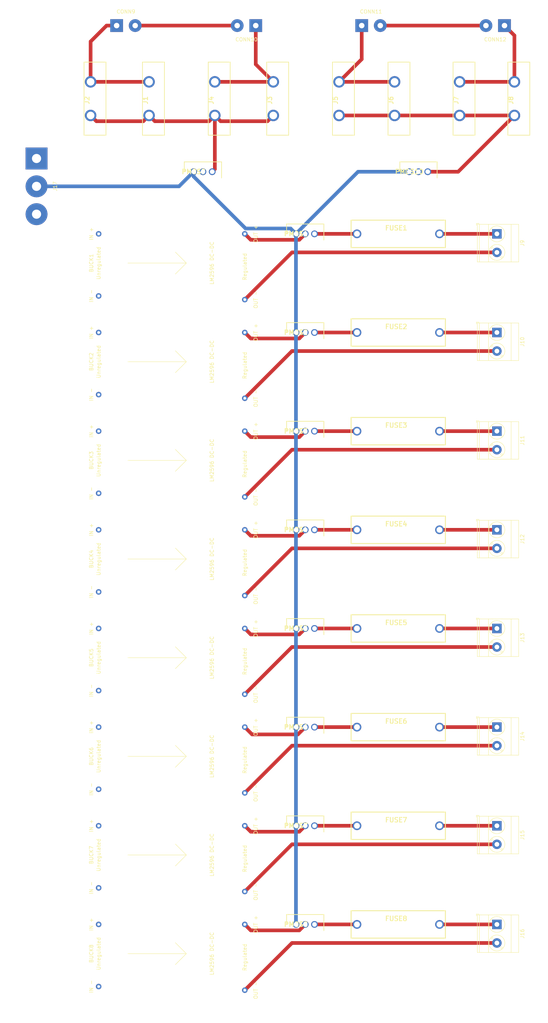
<source format=kicad_pcb>
(kicad_pcb (version 20171130) (host pcbnew "(5.1.4)-1")
  (layers (0 F.Cu signal) (1 In1.Cu power) (2 In2.Cu power) (31 B.Cu signal) (34 B.Paste user) (35 F.Paste user) (36 B.SilkS user) (37 F.SilkS user) (38 B.Mask user) (39 F.Mask user) (44 Edge.Cuts user))
  (net 0 "")
  (net 1 "Net-(FUSE1-Pad1)")
  (net 2 "Net-(FUSE2-Pad1)")
  (net 3 "Net-(FUSE3-Pad1)")
  (net 4 "Net-(FUSE4-Pad1)")
  (net 5 "Net-(FUSE5-Pad1)")
  (net 6 "Net-(FUSE6-Pad1)")
  (net 7 "Net-(FUSE7-Pad1)")
  (net 8 "Net-(FUSE8-Pad1)")
  (net 9 "Net-(CONN9-Pad1)")
  (net 10 "Net-(J1-Pad1)")
  (net 11 "Net-(CONN10-Pad1)")
  (net 12 "Net-(CONN11-Pad1)")
  (net 13 "Net-(J5-Pad1)")
  (net 14 "Net-(CONN12-Pad1)")
  (net 15 +12V)
  (net 16 "Net-(BUCK1-Pad4)")
  (net 17 "Net-(BUCK1-Pad3)")
  (net 18 GND)
  (net 19 "Net-(BUCK2-Pad4)")
  (net 20 "Net-(BUCK2-Pad3)")
  (net 21 "Net-(BUCK3-Pad4)")
  (net 22 "Net-(BUCK3-Pad3)")
  (net 23 "Net-(BUCK4-Pad4)")
  (net 24 "Net-(BUCK4-Pad3)")
  (net 25 "Net-(BUCK5-Pad4)")
  (net 26 "Net-(BUCK5-Pad3)")
  (net 27 "Net-(BUCK6-Pad4)")
  (net 28 "Net-(BUCK6-Pad3)")
  (net 29 "Net-(BUCK7-Pad4)")
  (net 30 "Net-(BUCK7-Pad3)")
  (net 31 "Net-(BUCK8-Pad4)")
  (net 32 "Net-(BUCK8-Pad3)")
  (net 33 "Net-(CONN10-Pad2)")
  (net 34 "Net-(CONN11-Pad2)")
  (net 35 "Net-(FUSE1-Pad2)")
  (net 36 "Net-(FUSE2-Pad2)")
  (net 37 "Net-(FUSE3-Pad2)")
  (net 38 "Net-(FUSE4-Pad2)")
  (net 39 "Net-(FUSE5-Pad2)")
  (net 40 "Net-(FUSE6-Pad2)")
  (net 41 "Net-(FUSE7-Pad2)")
  (net 42 "Net-(FUSE8-Pad2)")
  (net 43 /ENABLE)
  (module Connector_Wire:SolderWirePad_1x02_P5.08mm_Drill1.5mm (layer F.Cu) (at 430.08 -21 180)
    (fp_text reference CONN12 (at 2.54 -3.81) (layer F.SilkS))
    (fp_text value Conn_01x02)
    (pad 2 thru_hole circle (at 5.08 0 180) (size 3.50012 3.50012) (drill 1.50114) (layers *.Cu *.Mask) (net 34 "Net-(CONN11-Pad2)"))
    (pad 1 thru_hole rect (at 0 0 180) (size 3.50012 3.50012) (drill 1.50114) (layers *.Cu *.Mask) (net 14 "Net-(CONN12-Pad1)"))
  )
  (module Connector_Wire:SolderWirePad_1x02_P5.08mm_Drill1.5mm (layer F.Cu) (at 391 -21)
    (fp_text reference CONN11 (at 2.54 -3.81) (layer F.SilkS))
    (fp_text value Conn_01x02)
    (pad 2 thru_hole circle (at 5.08 0) (size 3.50012 3.50012) (drill 1.50114) (layers *.Cu *.Mask) (net 34 "Net-(CONN11-Pad2)"))
    (pad 1 thru_hole rect (at 0 0) (size 3.50012 3.50012) (drill 1.50114) (layers *.Cu *.Mask) (net 12 "Net-(CONN11-Pad1)"))
  )
  (module Connector_Wire:SolderWirePad_1x02_P5.08mm_Drill1.5mm (layer F.Cu) (at 362 -21 180)
    (fp_text reference CONN10 (at 2.54 -3.81) (layer F.SilkS))
    (fp_text value Conn_01x02)
    (pad 2 thru_hole circle (at 5.08 0 180) (size 3.50012 3.50012) (drill 1.50114) (layers *.Cu *.Mask) (net 33 "Net-(CONN10-Pad2)"))
    (pad 1 thru_hole rect (at 0 0 180) (size 3.50012 3.50012) (drill 1.50114) (layers *.Cu *.Mask) (net 11 "Net-(CONN10-Pad1)"))
  )
  (module Connector_Wire:SolderWirePad_1x02_P5.08mm_Drill1.5mm (layer F.Cu) (at 323.92 -21)
    (fp_text reference CONN9 (at 2.54 -3.81) (layer F.SilkS))
    (fp_text value Conn_01x02)
    (pad 2 thru_hole circle (at 5.08 0) (size 3.50012 3.50012) (drill 1.50114) (layers *.Cu *.Mask) (net 33 "Net-(CONN10-Pad2)"))
    (pad 1 thru_hole rect (at 0 0) (size 3.50012 3.50012) (drill 1.50114) (layers *.Cu *.Mask) (net 9 "Net-(CONN9-Pad1)"))
  )
  (module Connector_Wire:SolderWirePad_1x03_P7.62mm_Drill2.5mm (layer F.Cu) (at 302 15.38 270)
    (fp_text reference J17 (at 7.62 -5.08 90) (layer F.SilkS))
    (fp_text value Conn_01x03)
    (pad 3 thru_hole circle (at 15.24 0 270) (size 5.99948 5.99948) (drill 2.49936) (layers *.Cu *.Mask) (net 18 GND))
    (pad 2 thru_hole circle (at 7.62 0 270) (size 5.99948 5.99948) (drill 2.49936) (layers *.Cu *.Mask) (net 43 /ENABLE))
    (pad 1 thru_hole rect (at 0 0 270) (size 5.99948 5.99948) (drill 2.49936) (layers *.Cu *.Mask) (net 15 +12V))
  )
  (module TerminalBlock_Phoenix:TerminalBlock_Phoenix_MKDS-3-2-5.08_1x02_P5.08mm_Horizontal (layer F.Cu) (at 428 225 270)
    (fp_text reference J16 (at 2.54 -6.96 90) (layer F.SilkS))
    (fp_text value Screw_Terminal_01x02)
    (pad 2 thru_hole circle (at 5.08 0 270) (size 2.6 2.6) (drill 1.3) (layers *.Cu *.Mask) (net 32 "Net-(BUCK8-Pad3)"))
    (pad 1 thru_hole rect (at 0 0 270) (size 2.6 2.6) (drill 1.3) (layers *.Cu *.Mask) (net 42 "Net-(FUSE8-Pad2)"))
  )
  (module TerminalBlock_Phoenix:TerminalBlock_Phoenix_MKDS-3-2-5.08_1x02_P5.08mm_Horizontal (layer F.Cu) (at 428 198 270)
    (fp_text reference J15 (at 2.54 -6.96 90) (layer F.SilkS))
    (fp_text value Screw_Terminal_01x02)
    (pad 2 thru_hole circle (at 5.08 0 270) (size 2.6 2.6) (drill 1.3) (layers *.Cu *.Mask) (net 30 "Net-(BUCK7-Pad3)"))
    (pad 1 thru_hole rect (at 0 0 270) (size 2.6 2.6) (drill 1.3) (layers *.Cu *.Mask) (net 41 "Net-(FUSE7-Pad2)"))
  )
  (module TerminalBlock_Phoenix:TerminalBlock_Phoenix_MKDS-3-2-5.08_1x02_P5.08mm_Horizontal (layer F.Cu) (at 428 171 270)
    (fp_text reference J14 (at 2.54 -6.96 90) (layer F.SilkS))
    (fp_text value Screw_Terminal_01x02)
    (pad 2 thru_hole circle (at 5.08 0 270) (size 2.6 2.6) (drill 1.3) (layers *.Cu *.Mask) (net 28 "Net-(BUCK6-Pad3)"))
    (pad 1 thru_hole rect (at 0 0 270) (size 2.6 2.6) (drill 1.3) (layers *.Cu *.Mask) (net 40 "Net-(FUSE6-Pad2)"))
  )
  (module TerminalBlock_Phoenix:TerminalBlock_Phoenix_MKDS-3-2-5.08_1x02_P5.08mm_Horizontal (layer F.Cu) (at 428 144 270)
    (fp_text reference J13 (at 2.54 -6.96 90) (layer F.SilkS))
    (fp_text value Screw_Terminal_01x02)
    (pad 2 thru_hole circle (at 5.08 0 270) (size 2.6 2.6) (drill 1.3) (layers *.Cu *.Mask) (net 26 "Net-(BUCK5-Pad3)"))
    (pad 1 thru_hole rect (at 0 0 270) (size 2.6 2.6) (drill 1.3) (layers *.Cu *.Mask) (net 39 "Net-(FUSE5-Pad2)"))
  )
  (module TerminalBlock_Phoenix:TerminalBlock_Phoenix_MKDS-3-2-5.08_1x02_P5.08mm_Horizontal (layer F.Cu) (at 428 117 270)
    (fp_text reference J12 (at 2.54 -6.96 90) (layer F.SilkS))
    (fp_text value Screw_Terminal_01x02)
    (pad 2 thru_hole circle (at 5.08 0 270) (size 2.6 2.6) (drill 1.3) (layers *.Cu *.Mask) (net 24 "Net-(BUCK4-Pad3)"))
    (pad 1 thru_hole rect (at 0 0 270) (size 2.6 2.6) (drill 1.3) (layers *.Cu *.Mask) (net 38 "Net-(FUSE4-Pad2)"))
  )
  (module TerminalBlock_Phoenix:TerminalBlock_Phoenix_MKDS-3-2-5.08_1x02_P5.08mm_Horizontal (layer F.Cu) (at 428 90 270)
    (fp_text reference J11 (at 2.54 -6.96 90) (layer F.SilkS))
    (fp_text value Screw_Terminal_01x02)
    (pad 2 thru_hole circle (at 5.08 0 270) (size 2.6 2.6) (drill 1.3) (layers *.Cu *.Mask) (net 22 "Net-(BUCK3-Pad3)"))
    (pad 1 thru_hole rect (at 0 0 270) (size 2.6 2.6) (drill 1.3) (layers *.Cu *.Mask) (net 37 "Net-(FUSE3-Pad2)"))
  )
  (module TerminalBlock_Phoenix:TerminalBlock_Phoenix_MKDS-3-2-5.08_1x02_P5.08mm_Horizontal (layer F.Cu) (at 428 63 270)
    (fp_text reference J10 (at 2.54 -6.96 90) (layer F.SilkS))
    (fp_text value Screw_Terminal_01x02)
    (pad 2 thru_hole circle (at 5.08 0 270) (size 2.6 2.6) (drill 1.3) (layers *.Cu *.Mask) (net 20 "Net-(BUCK2-Pad3)"))
    (pad 1 thru_hole rect (at 0 0 270) (size 2.6 2.6) (drill 1.3) (layers *.Cu *.Mask) (net 36 "Net-(FUSE2-Pad2)"))
  )
  (module TerminalBlock_Phoenix:TerminalBlock_Phoenix_MKDS-3-2-5.08_1x02_P5.08mm_Horizontal (layer F.Cu) (at 428 36 270)
    (fp_text reference J9 (at 2.54 -6.96 90) (layer F.SilkS))
    (fp_text value Screw_Terminal_01x02)
    (pad 2 thru_hole circle (at 5.08 0 270) (size 2.6 2.6) (drill 1.3) (layers *.Cu *.Mask) (net 17 "Net-(BUCK1-Pad3)"))
    (pad 1 thru_hole rect (at 0 0 270) (size 2.6 2.6) (drill 1.3) (layers *.Cu *.Mask) (net 35 "Net-(FUSE1-Pad2)"))
  )
  (module SCR_KiCAD_Lib:LM2596 (layer F.Cu) (at 316 232 90)
    (fp_text reference BUCK8 (at -1 1 90) (layer F.SilkS))
    (fp_text value LM2596)
    (fp_text user "LM2596 DC-DC" (at -1 34 90) (layer F.SilkS))
    (fp_text user "OUT +" (at 7 46 90) (layer F.SilkS))
    (fp_text user "OUT -" (at -11 46 90) (layer F.SilkS))
    (fp_text user "IN +" (at 7 1 90) (layer F.SilkS))
    (fp_text user "IN -" (at -10 1 90) (layer F.SilkS))
    (fp_text user Regulated (at -2 43 90) (layer F.SilkS))
    (fp_text user Unregulated (at -1 3 90) (layer F.SilkS))
    (pad 4 thru_hole circle (at 7 43 90) (size 1.524 1.524) (drill 0.762) (layers *.Cu *.Mask) (net 31 "Net-(BUCK8-Pad4)"))
    (pad 3 thru_hole circle (at -11 43 90) (size 1.524 1.524) (drill 0.762) (layers *.Cu *.Mask) (net 32 "Net-(BUCK8-Pad3)"))
    (pad 2 thru_hole circle (at 7 3 90) (size 1.524 1.524) (drill 0.762) (layers *.Cu *.Mask) (net 15 +12V))
    (pad 1 thru_hole circle (at -10 3 90) (size 1.524 1.524) (drill 0.762) (layers *.Cu *.Mask) (net 18 GND))
  )
  (module SCR_KiCAD_Lib:LM2596 (layer F.Cu) (at 316 205 90)
    (fp_text reference BUCK7 (at -1 1 90) (layer F.SilkS))
    (fp_text value LM2596)
    (fp_text user "LM2596 DC-DC" (at -1 34 90) (layer F.SilkS))
    (fp_text user "OUT +" (at 7 46 90) (layer F.SilkS))
    (fp_text user "OUT -" (at -11 46 90) (layer F.SilkS))
    (fp_text user "IN +" (at 7 1 90) (layer F.SilkS))
    (fp_text user "IN -" (at -10 1 90) (layer F.SilkS))
    (fp_text user Regulated (at -2 43 90) (layer F.SilkS))
    (fp_text user Unregulated (at -1 3 90) (layer F.SilkS))
    (pad 4 thru_hole circle (at 7 43 90) (size 1.524 1.524) (drill 0.762) (layers *.Cu *.Mask) (net 29 "Net-(BUCK7-Pad4)"))
    (pad 3 thru_hole circle (at -11 43 90) (size 1.524 1.524) (drill 0.762) (layers *.Cu *.Mask) (net 30 "Net-(BUCK7-Pad3)"))
    (pad 2 thru_hole circle (at 7 3 90) (size 1.524 1.524) (drill 0.762) (layers *.Cu *.Mask) (net 15 +12V))
    (pad 1 thru_hole circle (at -10 3 90) (size 1.524 1.524) (drill 0.762) (layers *.Cu *.Mask) (net 18 GND))
  )
  (module SCR_KiCAD_Lib:LM2596 (layer F.Cu) (at 316 178 90)
    (fp_text reference BUCK6 (at -1 1 90) (layer F.SilkS))
    (fp_text value LM2596)
    (fp_text user "LM2596 DC-DC" (at -1 34 90) (layer F.SilkS))
    (fp_text user "OUT +" (at 7 46 90) (layer F.SilkS))
    (fp_text user "OUT -" (at -11 46 90) (layer F.SilkS))
    (fp_text user "IN +" (at 7 1 90) (layer F.SilkS))
    (fp_text user "IN -" (at -10 1 90) (layer F.SilkS))
    (fp_text user Regulated (at -2 43 90) (layer F.SilkS))
    (fp_text user Unregulated (at -1 3 90) (layer F.SilkS))
    (pad 4 thru_hole circle (at 7 43 90) (size 1.524 1.524) (drill 0.762) (layers *.Cu *.Mask) (net 27 "Net-(BUCK6-Pad4)"))
    (pad 3 thru_hole circle (at -11 43 90) (size 1.524 1.524) (drill 0.762) (layers *.Cu *.Mask) (net 28 "Net-(BUCK6-Pad3)"))
    (pad 2 thru_hole circle (at 7 3 90) (size 1.524 1.524) (drill 0.762) (layers *.Cu *.Mask) (net 15 +12V))
    (pad 1 thru_hole circle (at -10 3 90) (size 1.524 1.524) (drill 0.762) (layers *.Cu *.Mask) (net 18 GND))
  )
  (module SCR_KiCAD_Lib:LM2596 (layer F.Cu) (at 316 151 90)
    (fp_text reference BUCK5 (at -1 1 90) (layer F.SilkS))
    (fp_text value LM2596)
    (fp_text user "LM2596 DC-DC" (at -1 34 90) (layer F.SilkS))
    (fp_text user "OUT +" (at 7 46 90) (layer F.SilkS))
    (fp_text user "OUT -" (at -11 46 90) (layer F.SilkS))
    (fp_text user "IN +" (at 7 1 90) (layer F.SilkS))
    (fp_text user "IN -" (at -10 1 90) (layer F.SilkS))
    (fp_text user Regulated (at -2 43 90) (layer F.SilkS))
    (fp_text user Unregulated (at -1 3 90) (layer F.SilkS))
    (pad 4 thru_hole circle (at 7 43 90) (size 1.524 1.524) (drill 0.762) (layers *.Cu *.Mask) (net 25 "Net-(BUCK5-Pad4)"))
    (pad 3 thru_hole circle (at -11 43 90) (size 1.524 1.524) (drill 0.762) (layers *.Cu *.Mask) (net 26 "Net-(BUCK5-Pad3)"))
    (pad 2 thru_hole circle (at 7 3 90) (size 1.524 1.524) (drill 0.762) (layers *.Cu *.Mask) (net 15 +12V))
    (pad 1 thru_hole circle (at -10 3 90) (size 1.524 1.524) (drill 0.762) (layers *.Cu *.Mask) (net 18 GND))
  )
  (module SCR_KiCAD_Lib:LM2596 (layer F.Cu) (at 316 124 90)
    (fp_text reference BUCK4 (at -1 1 90) (layer F.SilkS))
    (fp_text value LM2596)
    (fp_text user "LM2596 DC-DC" (at -1 34 90) (layer F.SilkS))
    (fp_text user "OUT +" (at 7 46 90) (layer F.SilkS))
    (fp_text user "OUT -" (at -11 46 90) (layer F.SilkS))
    (fp_text user "IN +" (at 7 1 90) (layer F.SilkS))
    (fp_text user "IN -" (at -10 1 90) (layer F.SilkS))
    (fp_text user Regulated (at -2 43 90) (layer F.SilkS))
    (fp_text user Unregulated (at -1 3 90) (layer F.SilkS))
    (pad 4 thru_hole circle (at 7 43 90) (size 1.524 1.524) (drill 0.762) (layers *.Cu *.Mask) (net 23 "Net-(BUCK4-Pad4)"))
    (pad 3 thru_hole circle (at -11 43 90) (size 1.524 1.524) (drill 0.762) (layers *.Cu *.Mask) (net 24 "Net-(BUCK4-Pad3)"))
    (pad 2 thru_hole circle (at 7 3 90) (size 1.524 1.524) (drill 0.762) (layers *.Cu *.Mask) (net 15 +12V))
    (pad 1 thru_hole circle (at -10 3 90) (size 1.524 1.524) (drill 0.762) (layers *.Cu *.Mask) (net 18 GND))
  )
  (module SCR_KiCAD_Lib:LM2596 (layer F.Cu) (at 316 97 90)
    (fp_text reference BUCK3 (at -1 1 90) (layer F.SilkS))
    (fp_text value LM2596)
    (fp_text user "LM2596 DC-DC" (at -1 34 90) (layer F.SilkS))
    (fp_text user "OUT +" (at 7 46 90) (layer F.SilkS))
    (fp_text user "OUT -" (at -11 46 90) (layer F.SilkS))
    (fp_text user "IN +" (at 7 1 90) (layer F.SilkS))
    (fp_text user "IN -" (at -10 1 90) (layer F.SilkS))
    (fp_text user Regulated (at -2 43 90) (layer F.SilkS))
    (fp_text user Unregulated (at -1 3 90) (layer F.SilkS))
    (pad 4 thru_hole circle (at 7 43 90) (size 1.524 1.524) (drill 0.762) (layers *.Cu *.Mask) (net 21 "Net-(BUCK3-Pad4)"))
    (pad 3 thru_hole circle (at -11 43 90) (size 1.524 1.524) (drill 0.762) (layers *.Cu *.Mask) (net 22 "Net-(BUCK3-Pad3)"))
    (pad 2 thru_hole circle (at 7 3 90) (size 1.524 1.524) (drill 0.762) (layers *.Cu *.Mask) (net 15 +12V))
    (pad 1 thru_hole circle (at -10 3 90) (size 1.524 1.524) (drill 0.762) (layers *.Cu *.Mask) (net 18 GND))
  )
  (module SCR_KiCAD_Lib:LM2596 (layer F.Cu) (at 316 70 90)
    (fp_text reference BUCK2 (at -1 1 90) (layer F.SilkS))
    (fp_text value LM2596)
    (fp_text user "LM2596 DC-DC" (at -1 34 90) (layer F.SilkS))
    (fp_text user "OUT +" (at 7 46 90) (layer F.SilkS))
    (fp_text user "OUT -" (at -11 46 90) (layer F.SilkS))
    (fp_text user "IN +" (at 7 1 90) (layer F.SilkS))
    (fp_text user "IN -" (at -10 1 90) (layer F.SilkS))
    (fp_text user Regulated (at -2 43 90) (layer F.SilkS))
    (fp_text user Unregulated (at -1 3 90) (layer F.SilkS))
    (pad 4 thru_hole circle (at 7 43 90) (size 1.524 1.524) (drill 0.762) (layers *.Cu *.Mask) (net 19 "Net-(BUCK2-Pad4)"))
    (pad 3 thru_hole circle (at -11 43 90) (size 1.524 1.524) (drill 0.762) (layers *.Cu *.Mask) (net 20 "Net-(BUCK2-Pad3)"))
    (pad 2 thru_hole circle (at 7 3 90) (size 1.524 1.524) (drill 0.762) (layers *.Cu *.Mask) (net 15 +12V))
    (pad 1 thru_hole circle (at -10 3 90) (size 1.524 1.524) (drill 0.762) (layers *.Cu *.Mask) (net 18 GND))
  )
  (module SCR_KiCAD_Lib:LM2596 (layer F.Cu) (at 316 43 90)
    (fp_text reference BUCK1 (at -1 1 90) (layer F.SilkS))
    (fp_text value LM2596)
    (fp_text user "LM2596 DC-DC" (at -1 34 90) (layer F.SilkS))
    (fp_text user "OUT +" (at 7 46 90) (layer F.SilkS))
    (fp_text user "OUT -" (at -11 46 90) (layer F.SilkS))
    (fp_text user "IN +" (at 7 1 90) (layer F.SilkS))
    (fp_text user "IN -" (at -10 1 90) (layer F.SilkS))
    (fp_text user Regulated (at -2 43 90) (layer F.SilkS))
    (fp_text user Unregulated (at -1 3 90) (layer F.SilkS))
    (pad 4 thru_hole circle (at 7 43 90) (size 1.524 1.524) (drill 0.762) (layers *.Cu *.Mask) (net 16 "Net-(BUCK1-Pad4)"))
    (pad 3 thru_hole circle (at -11 43 90) (size 1.524 1.524) (drill 0.762) (layers *.Cu *.Mask) (net 17 "Net-(BUCK1-Pad3)"))
    (pad 2 thru_hole circle (at 7 3 90) (size 1.524 1.524) (drill 0.762) (layers *.Cu *.Mask) (net 15 +12V))
    (pad 1 thru_hole circle (at -10 3 90) (size 1.524 1.524) (drill 0.762) (layers *.Cu *.Mask) (net 18 GND))
  )
  (module LibraryLoader:TO254P440X1000X2110-3P (layer F.Cu) (at 404 19)
    (fp_text reference PMOS10 (at 0 0) (layer F.SilkS) (effects (font (size 1.27 1.27) (thickness 0.254))))
    (fp_text value IPP120P04P4L03AKSA1 hide)
    (pad 3 thru_hole circle (at 5.08 0) (size 1.86 1.86) (drill 1.24) (layers *.Cu *.Mask) (net 13 "Net-(J5-Pad1)"))
    (pad 2 thru_hole circle (at 2.54 0) (size 1.86 1.86) (drill 1.24) (layers *.Cu *.Mask) (net 15 +12V))
    (pad 1 thru_hole circle (at 0 0) (size 1.86 1.86) (drill 1.24) (layers *.Cu *.Mask) (net 43 /ENABLE))
  )
  (module LibraryLoader:TO254P440X1000X2110-3P (layer F.Cu) (at 345 19)
    (fp_text reference PMOS9 (at 0 0) (layer F.SilkS) (effects (font (size 1.27 1.27) (thickness 0.254))))
    (fp_text value IPP120P04P4L03AKSA1 hide)
    (pad 3 thru_hole circle (at 5.08 0) (size 1.86 1.86) (drill 1.24) (layers *.Cu *.Mask) (net 10 "Net-(J1-Pad1)"))
    (pad 2 thru_hole circle (at 2.54 0) (size 1.86 1.86) (drill 1.24) (layers *.Cu *.Mask) (net 15 +12V))
    (pad 1 thru_hole circle (at 0 0) (size 1.86 1.86) (drill 1.24) (layers *.Cu *.Mask) (net 43 /ENABLE))
  )
  (module LibraryLoader:TO254P440X1000X2110-3P (layer F.Cu) (at 373 225)
    (fp_text reference PMOS8 (at 0 0) (layer F.SilkS) (effects (font (size 1.27 1.27) (thickness 0.254))))
    (fp_text value IPP120P04P4L03AKSA1 hide)
    (pad 3 thru_hole circle (at 5.08 0) (size 1.86 1.86) (drill 1.24) (layers *.Cu *.Mask) (net 8 "Net-(FUSE8-Pad1)"))
    (pad 2 thru_hole circle (at 2.54 0) (size 1.86 1.86) (drill 1.24) (layers *.Cu *.Mask) (net 31 "Net-(BUCK8-Pad4)"))
    (pad 1 thru_hole circle (at 0 0) (size 1.86 1.86) (drill 1.24) (layers *.Cu *.Mask) (net 43 /ENABLE))
  )
  (module LibraryLoader:TO254P440X1000X2110-3P (layer F.Cu) (at 373 198)
    (fp_text reference PMOS7 (at 0 0) (layer F.SilkS) (effects (font (size 1.27 1.27) (thickness 0.254))))
    (fp_text value IPP120P04P4L03AKSA1 hide)
    (pad 3 thru_hole circle (at 5.08 0) (size 1.86 1.86) (drill 1.24) (layers *.Cu *.Mask) (net 7 "Net-(FUSE7-Pad1)"))
    (pad 2 thru_hole circle (at 2.54 0) (size 1.86 1.86) (drill 1.24) (layers *.Cu *.Mask) (net 29 "Net-(BUCK7-Pad4)"))
    (pad 1 thru_hole circle (at 0 0) (size 1.86 1.86) (drill 1.24) (layers *.Cu *.Mask) (net 43 /ENABLE))
  )
  (module LibraryLoader:TO254P440X1000X2110-3P (layer F.Cu) (at 373 171)
    (fp_text reference PMOS6 (at 0 0) (layer F.SilkS) (effects (font (size 1.27 1.27) (thickness 0.254))))
    (fp_text value IPP120P04P4L03AKSA1 hide)
    (pad 3 thru_hole circle (at 5.08 0) (size 1.86 1.86) (drill 1.24) (layers *.Cu *.Mask) (net 6 "Net-(FUSE6-Pad1)"))
    (pad 2 thru_hole circle (at 2.54 0) (size 1.86 1.86) (drill 1.24) (layers *.Cu *.Mask) (net 27 "Net-(BUCK6-Pad4)"))
    (pad 1 thru_hole circle (at 0 0) (size 1.86 1.86) (drill 1.24) (layers *.Cu *.Mask) (net 43 /ENABLE))
  )
  (module LibraryLoader:TO254P440X1000X2110-3P (layer F.Cu) (at 373 144)
    (fp_text reference PMOS5 (at 0 0) (layer F.SilkS) (effects (font (size 1.27 1.27) (thickness 0.254))))
    (fp_text value IPP120P04P4L03AKSA1 hide)
    (pad 3 thru_hole circle (at 5.08 0) (size 1.86 1.86) (drill 1.24) (layers *.Cu *.Mask) (net 5 "Net-(FUSE5-Pad1)"))
    (pad 2 thru_hole circle (at 2.54 0) (size 1.86 1.86) (drill 1.24) (layers *.Cu *.Mask) (net 25 "Net-(BUCK5-Pad4)"))
    (pad 1 thru_hole circle (at 0 0) (size 1.86 1.86) (drill 1.24) (layers *.Cu *.Mask) (net 43 /ENABLE))
  )
  (module LibraryLoader:TO254P440X1000X2110-3P (layer F.Cu) (at 373 117)
    (fp_text reference PMOS4 (at 0 0) (layer F.SilkS) (effects (font (size 1.27 1.27) (thickness 0.254))))
    (fp_text value IPP120P04P4L03AKSA1 hide)
    (pad 3 thru_hole circle (at 5.08 0) (size 1.86 1.86) (drill 1.24) (layers *.Cu *.Mask) (net 4 "Net-(FUSE4-Pad1)"))
    (pad 2 thru_hole circle (at 2.54 0) (size 1.86 1.86) (drill 1.24) (layers *.Cu *.Mask) (net 23 "Net-(BUCK4-Pad4)"))
    (pad 1 thru_hole circle (at 0 0) (size 1.86 1.86) (drill 1.24) (layers *.Cu *.Mask) (net 43 /ENABLE))
  )
  (module LibraryLoader:TO254P440X1000X2110-3P (layer F.Cu) (at 373 90)
    (fp_text reference PMOS3 (at 0 0) (layer F.SilkS) (effects (font (size 1.27 1.27) (thickness 0.254))))
    (fp_text value IPP120P04P4L03AKSA1 hide)
    (pad 3 thru_hole circle (at 5.08 0) (size 1.86 1.86) (drill 1.24) (layers *.Cu *.Mask) (net 3 "Net-(FUSE3-Pad1)"))
    (pad 2 thru_hole circle (at 2.54 0) (size 1.86 1.86) (drill 1.24) (layers *.Cu *.Mask) (net 21 "Net-(BUCK3-Pad4)"))
    (pad 1 thru_hole circle (at 0 0) (size 1.86 1.86) (drill 1.24) (layers *.Cu *.Mask) (net 43 /ENABLE))
  )
  (module LibraryLoader:TO254P440X1000X2110-3P (layer F.Cu) (at 373 63)
    (fp_text reference PMOS2 (at 0 0) (layer F.SilkS) (effects (font (size 1.27 1.27) (thickness 0.254))))
    (fp_text value IPP120P04P4L03AKSA1 hide)
    (pad 3 thru_hole circle (at 5.08 0) (size 1.86 1.86) (drill 1.24) (layers *.Cu *.Mask) (net 2 "Net-(FUSE2-Pad1)"))
    (pad 2 thru_hole circle (at 2.54 0) (size 1.86 1.86) (drill 1.24) (layers *.Cu *.Mask) (net 19 "Net-(BUCK2-Pad4)"))
    (pad 1 thru_hole circle (at 0 0) (size 1.86 1.86) (drill 1.24) (layers *.Cu *.Mask) (net 43 /ENABLE))
  )
  (module LibraryLoader:TO254P440X1000X2110-3P (layer F.Cu) (at 373 36)
    (fp_text reference PMOS1 (at 0 0) (layer F.SilkS) (effects (font (size 1.27 1.27) (thickness 0.254))))
    (fp_text value IPP120P04P4L03AKSA1 hide)
    (pad 3 thru_hole circle (at 5.08 0) (size 1.86 1.86) (drill 1.24) (layers *.Cu *.Mask) (net 1 "Net-(FUSE1-Pad1)"))
    (pad 2 thru_hole circle (at 2.54 0) (size 1.86 1.86) (drill 1.24) (layers *.Cu *.Mask) (net 16 "Net-(BUCK1-Pad4)"))
    (pad 1 thru_hole circle (at 0 0) (size 1.86 1.86) (drill 1.24) (layers *.Cu *.Mask) (net 43 /ENABLE))
  )
  (module LibraryLoader:178.6164.0002_1 (layer F.Cu) (at 434 -1 90)
    (fp_text reference J8 (at -0.437 -2.197 90) (layer F.SilkS) (effects (font (size 1.27 1.27) (thickness 0.254))))
    (fp_text value 178.6164.0002 hide)
    (pad 3 np_thru_hole circle (at 0 0 90) (size 2.45 0) (drill 2.45) (layers *.Cu *.Mask))
    (pad 2 thru_hole circle (at 4.6 -1.2 90) (size 3.15 3.15) (drill 2.1) (layers *.Cu *.Mask) (net 14 "Net-(CONN12-Pad1)"))
    (pad 1 thru_hole circle (at -4.6 -1.2 90) (size 3.15 3.15) (drill 2.1) (layers *.Cu *.Mask) (net 13 "Net-(J5-Pad1)"))
  )
  (module LibraryLoader:178.6164.0002_1 (layer F.Cu) (at 419 -1 90)
    (fp_text reference J7 (at -0.437 -2.197 90) (layer F.SilkS) (effects (font (size 1.27 1.27) (thickness 0.254))))
    (fp_text value 178.6164.0002 hide)
    (pad 3 np_thru_hole circle (at 0 0 90) (size 2.45 0) (drill 2.45) (layers *.Cu *.Mask))
    (pad 2 thru_hole circle (at 4.6 -1.2 90) (size 3.15 3.15) (drill 2.1) (layers *.Cu *.Mask) (net 14 "Net-(CONN12-Pad1)"))
    (pad 1 thru_hole circle (at -4.6 -1.2 90) (size 3.15 3.15) (drill 2.1) (layers *.Cu *.Mask) (net 13 "Net-(J5-Pad1)"))
  )
  (module LibraryLoader:178.6164.0002_1 (layer F.Cu) (at 401.2 -1 90)
    (fp_text reference J6 (at -0.437 -2.197 90) (layer F.SilkS) (effects (font (size 1.27 1.27) (thickness 0.254))))
    (fp_text value 178.6164.0002 hide)
    (pad 3 np_thru_hole circle (at 0 0 90) (size 2.45 0) (drill 2.45) (layers *.Cu *.Mask))
    (pad 2 thru_hole circle (at 4.6 -1.2 90) (size 3.15 3.15) (drill 2.1) (layers *.Cu *.Mask) (net 12 "Net-(CONN11-Pad1)"))
    (pad 1 thru_hole circle (at -4.6 -1.2 90) (size 3.15 3.15) (drill 2.1) (layers *.Cu *.Mask) (net 13 "Net-(J5-Pad1)"))
  )
  (module LibraryLoader:178.6164.0002_1 (layer F.Cu) (at 386 -1 90)
    (fp_text reference J5 (at -0.437 -2.197 90) (layer F.SilkS) (effects (font (size 1.27 1.27) (thickness 0.254))))
    (fp_text value 178.6164.0002 hide)
    (pad 3 np_thru_hole circle (at 0 0 90) (size 2.45 0) (drill 2.45) (layers *.Cu *.Mask))
    (pad 2 thru_hole circle (at 4.6 -1.2 90) (size 3.15 3.15) (drill 2.1) (layers *.Cu *.Mask) (net 12 "Net-(CONN11-Pad1)"))
    (pad 1 thru_hole circle (at -4.6 -1.2 90) (size 3.15 3.15) (drill 2.1) (layers *.Cu *.Mask) (net 13 "Net-(J5-Pad1)"))
  )
  (module LibraryLoader:178.6164.0002_1 (layer F.Cu) (at 352 -1 90)
    (fp_text reference J4 (at -0.437 -2.197 90) (layer F.SilkS) (effects (font (size 1.27 1.27) (thickness 0.254))))
    (fp_text value 178.6164.0002 hide)
    (pad 3 np_thru_hole circle (at 0 0 90) (size 2.45 0) (drill 2.45) (layers *.Cu *.Mask))
    (pad 2 thru_hole circle (at 4.6 -1.2 90) (size 3.15 3.15) (drill 2.1) (layers *.Cu *.Mask) (net 11 "Net-(CONN10-Pad1)"))
    (pad 1 thru_hole circle (at -4.6 -1.2 90) (size 3.15 3.15) (drill 2.1) (layers *.Cu *.Mask) (net 10 "Net-(J1-Pad1)"))
  )
  (module LibraryLoader:178.6164.0002_1 (layer F.Cu) (at 368 -1 90)
    (fp_text reference J3 (at -0.437 -2.197 90) (layer F.SilkS) (effects (font (size 1.27 1.27) (thickness 0.254))))
    (fp_text value 178.6164.0002 hide)
    (pad 3 np_thru_hole circle (at 0 0 90) (size 2.45 0) (drill 2.45) (layers *.Cu *.Mask))
    (pad 2 thru_hole circle (at 4.6 -1.2 90) (size 3.15 3.15) (drill 2.1) (layers *.Cu *.Mask) (net 11 "Net-(CONN10-Pad1)"))
    (pad 1 thru_hole circle (at -4.6 -1.2 90) (size 3.15 3.15) (drill 2.1) (layers *.Cu *.Mask) (net 10 "Net-(J1-Pad1)"))
  )
  (module LibraryLoader:178.6164.0002_1 (layer F.Cu) (at 318 -1 90)
    (fp_text reference J2 (at -0.437 -2.197 90) (layer F.SilkS) (effects (font (size 1.27 1.27) (thickness 0.254))))
    (fp_text value 178.6164.0002 hide)
    (pad 3 np_thru_hole circle (at 0 0 90) (size 2.45 0) (drill 2.45) (layers *.Cu *.Mask))
    (pad 2 thru_hole circle (at 4.6 -1.2 90) (size 3.15 3.15) (drill 2.1) (layers *.Cu *.Mask) (net 9 "Net-(CONN9-Pad1)"))
    (pad 1 thru_hole circle (at -4.6 -1.2 90) (size 3.15 3.15) (drill 2.1) (layers *.Cu *.Mask) (net 10 "Net-(J1-Pad1)"))
  )
  (module LibraryLoader:178.6164.0002_1 (layer F.Cu) (at 334 -1 90)
    (fp_text reference J1 (at -0.437 -2.197 90) (layer F.SilkS) (effects (font (size 1.27 1.27) (thickness 0.254))))
    (fp_text value 178.6164.0002 hide)
    (pad 3 np_thru_hole circle (at 0 0 90) (size 2.45 0) (drill 2.45) (layers *.Cu *.Mask))
    (pad 2 thru_hole circle (at 4.6 -1.2 90) (size 3.15 3.15) (drill 2.1) (layers *.Cu *.Mask) (net 9 "Net-(CONN9-Pad1)"))
    (pad 1 thru_hole circle (at -4.6 -1.2 90) (size 3.15 3.15) (drill 2.1) (layers *.Cu *.Mask) (net 10 "Net-(J1-Pad1)"))
  )
  (module LibraryLoader:646-SERIESHOLDER (layer F.Cu) (at 401 225)
    (fp_text reference FUSE8 (at -0.565 -1.595) (layer F.SilkS) (effects (font (size 1.27 1.27) (thickness 0.254))))
    (fp_text value 64600001003 hide)
    (pad 2 thru_hole circle (at 11.3 0) (size 2.4 2.4) (drill 1.6) (layers *.Cu *.Mask) (net 42 "Net-(FUSE8-Pad2)"))
    (pad 1 thru_hole circle (at -11.3 0) (size 2.4 2.4) (drill 1.6) (layers *.Cu *.Mask) (net 8 "Net-(FUSE8-Pad1)"))
  )
  (module LibraryLoader:646-SERIESHOLDER (layer F.Cu) (at 401 198)
    (fp_text reference FUSE7 (at -0.565 -1.595) (layer F.SilkS) (effects (font (size 1.27 1.27) (thickness 0.254))))
    (fp_text value 64600001003 hide)
    (pad 2 thru_hole circle (at 11.3 0) (size 2.4 2.4) (drill 1.6) (layers *.Cu *.Mask) (net 41 "Net-(FUSE7-Pad2)"))
    (pad 1 thru_hole circle (at -11.3 0) (size 2.4 2.4) (drill 1.6) (layers *.Cu *.Mask) (net 7 "Net-(FUSE7-Pad1)"))
  )
  (module LibraryLoader:646-SERIESHOLDER (layer F.Cu) (at 401 171)
    (fp_text reference FUSE6 (at -0.565 -1.595) (layer F.SilkS) (effects (font (size 1.27 1.27) (thickness 0.254))))
    (fp_text value 64600001003 hide)
    (pad 2 thru_hole circle (at 11.3 0) (size 2.4 2.4) (drill 1.6) (layers *.Cu *.Mask) (net 40 "Net-(FUSE6-Pad2)"))
    (pad 1 thru_hole circle (at -11.3 0) (size 2.4 2.4) (drill 1.6) (layers *.Cu *.Mask) (net 6 "Net-(FUSE6-Pad1)"))
  )
  (module LibraryLoader:646-SERIESHOLDER (layer F.Cu) (at 401 144)
    (fp_text reference FUSE5 (at -0.565 -1.595) (layer F.SilkS) (effects (font (size 1.27 1.27) (thickness 0.254))))
    (fp_text value 64600001003 hide)
    (pad 2 thru_hole circle (at 11.3 0) (size 2.4 2.4) (drill 1.6) (layers *.Cu *.Mask) (net 39 "Net-(FUSE5-Pad2)"))
    (pad 1 thru_hole circle (at -11.3 0) (size 2.4 2.4) (drill 1.6) (layers *.Cu *.Mask) (net 5 "Net-(FUSE5-Pad1)"))
  )
  (module LibraryLoader:646-SERIESHOLDER (layer F.Cu) (at 401 117)
    (fp_text reference FUSE4 (at -0.565 -1.595) (layer F.SilkS) (effects (font (size 1.27 1.27) (thickness 0.254))))
    (fp_text value 64600001003 hide)
    (pad 2 thru_hole circle (at 11.3 0) (size 2.4 2.4) (drill 1.6) (layers *.Cu *.Mask) (net 38 "Net-(FUSE4-Pad2)"))
    (pad 1 thru_hole circle (at -11.3 0) (size 2.4 2.4) (drill 1.6) (layers *.Cu *.Mask) (net 4 "Net-(FUSE4-Pad1)"))
  )
  (module LibraryLoader:646-SERIESHOLDER (layer F.Cu) (at 401 90)
    (fp_text reference FUSE3 (at -0.565 -1.595) (layer F.SilkS) (effects (font (size 1.27 1.27) (thickness 0.254))))
    (fp_text value 64600001003 hide)
    (pad 2 thru_hole circle (at 11.3 0) (size 2.4 2.4) (drill 1.6) (layers *.Cu *.Mask) (net 37 "Net-(FUSE3-Pad2)"))
    (pad 1 thru_hole circle (at -11.3 0) (size 2.4 2.4) (drill 1.6) (layers *.Cu *.Mask) (net 3 "Net-(FUSE3-Pad1)"))
  )
  (module LibraryLoader:646-SERIESHOLDER (layer F.Cu) (at 401 63)
    (fp_text reference FUSE2 (at -0.565 -1.595) (layer F.SilkS) (effects (font (size 1.27 1.27) (thickness 0.254))))
    (fp_text value 64600001003 hide)
    (pad 2 thru_hole circle (at 11.3 0) (size 2.4 2.4) (drill 1.6) (layers *.Cu *.Mask) (net 36 "Net-(FUSE2-Pad2)"))
    (pad 1 thru_hole circle (at -11.3 0) (size 2.4 2.4) (drill 1.6) (layers *.Cu *.Mask) (net 2 "Net-(FUSE2-Pad1)"))
  )
  (module LibraryLoader:646-SERIESHOLDER (layer F.Cu) (at 401 36)
    (fp_text reference FUSE1 (at -0.565 -1.595) (layer F.SilkS) (effects (font (size 1.27 1.27) (thickness 0.254))))
    (fp_text value 64600001003 hide)
    (pad 2 thru_hole circle (at 11.3 0) (size 2.4 2.4) (drill 1.6) (layers *.Cu *.Mask) (net 35 "Net-(FUSE1-Pad2)"))
    (pad 1 thru_hole circle (at -11.3 0) (size 2.4 2.4) (drill 1.6) (layers *.Cu *.Mask) (net 1 "Net-(FUSE1-Pad1)"))
  )
  (segment (start 378.08 36) (end 389.7 36) (width 1) (layer F.Cu) (net 1))
  (segment (start 378.08 63) (end 389.7 63) (width 1) (layer F.Cu) (net 2))
  (segment (start 378.08 90) (end 389.7 90) (width 1) (layer F.Cu) (net 3))
  (segment (start 378.08 117) (end 389.7 117) (width 1) (layer F.Cu) (net 4))
  (segment (start 378.08 144) (end 389.7 144) (width 1) (layer F.Cu) (net 5))
  (segment (start 378.08 171) (end 389.7 171) (width 1) (layer F.Cu) (net 6))
  (segment (start 378.08 198) (end 389.7 198) (width 1) (layer F.Cu) (net 7))
  (segment (start 389.7 225) (end 378.08 225) (width 1) (layer F.Cu) (net 8))
  (segment (start 332.8 -5.6) (end 316.8 -5.6) (width 1) (layer F.Cu) (net 9))
  (segment (start 321.16994 -21) (end 323.92 -21) (width 1) (layer F.Cu) (net 9))
  (segment (start 316.8 -16.63006) (end 321.16994 -21) (width 1) (layer F.Cu) (net 9))
  (segment (start 316.8 -5.6) (end 316.8 -16.63006) (width 1) (layer F.Cu) (net 9))
  (segment (start 352.374999 5.174999) (end 350.8 3.6) (width 1) (layer F.Cu) (net 10))
  (segment (start 365.225001 5.174999) (end 352.374999 5.174999) (width 1) (layer F.Cu) (net 10))
  (segment (start 366.8 3.6) (end 365.225001 5.174999) (width 1) (layer F.Cu) (net 10))
  (segment (start 334.374999 5.174999) (end 332.8 3.6) (width 1) (layer F.Cu) (net 10))
  (segment (start 349.225001 5.174999) (end 334.374999 5.174999) (width 1) (layer F.Cu) (net 10))
  (segment (start 350.8 3.6) (end 349.225001 5.174999) (width 1) (layer F.Cu) (net 10))
  (segment (start 318.374999 5.174999) (end 316.8 3.6) (width 1) (layer F.Cu) (net 10))
  (segment (start 331.225001 5.174999) (end 318.374999 5.174999) (width 1) (layer F.Cu) (net 10))
  (segment (start 332.8 3.6) (end 331.225001 5.174999) (width 1) (layer F.Cu) (net 10))
  (segment (start 350.8 18.28) (end 350.08 19) (width 1) (layer F.Cu) (net 10))
  (segment (start 350.8 3.6) (end 350.8 18.28) (width 1) (layer F.Cu) (net 10))
  (segment (start 362 -10.4) (end 366.8 -5.6) (width 1) (layer F.Cu) (net 11))
  (segment (start 362 -21) (end 362 -10.4) (width 1) (layer F.Cu) (net 11))
  (segment (start 350.8 -5.6) (end 366.8 -5.6) (width 1) (layer F.Cu) (net 11))
  (segment (start 391 -11.8) (end 384.8 -5.6) (width 1) (layer F.Cu) (net 12))
  (segment (start 391 -21) (end 391 -11.8) (width 1) (layer F.Cu) (net 12))
  (segment (start 400 -5.6) (end 384.8 -5.6) (width 1) (layer F.Cu) (net 12))
  (segment (start 417.4 19) (end 409.08 19) (width 1) (layer F.Cu) (net 13))
  (segment (start 432.8 3.6) (end 417.4 19) (width 1) (layer F.Cu) (net 13))
  (segment (start 384.8 3.6) (end 400 3.6) (width 1) (layer F.Cu) (net 13))
  (segment (start 400 3.6) (end 417.8 3.6) (width 1) (layer F.Cu) (net 13))
  (segment (start 417.8 3.6) (end 432.8 3.6) (width 1) (layer F.Cu) (net 13))
  (segment (start 417.8 -5.6) (end 432.8 -5.6) (width 1) (layer F.Cu) (net 14))
  (segment (start 432.8 -18.28) (end 430.08 -21) (width 1) (layer F.Cu) (net 14))
  (segment (start 432.8 -5.6) (end 432.8 -18.28) (width 1) (layer F.Cu) (net 14))
  (segment (start 374.610001 36.929999) (end 375.54 36) (width 1) (layer F.Cu) (net 16))
  (segment (start 373.909999 37.630001) (end 374.610001 36.929999) (width 1) (layer F.Cu) (net 16))
  (segment (start 360.630001 37.630001) (end 373.909999 37.630001) (width 1) (layer F.Cu) (net 16))
  (segment (start 359 36) (end 360.630001 37.630001) (width 1) (layer F.Cu) (net 16))
  (segment (start 371.92 41.08) (end 359 54) (width 1) (layer F.Cu) (net 17))
  (segment (start 428 41.08) (end 371.92 41.08) (width 1) (layer F.Cu) (net 17))
  (segment (start 374.610001 63.929999) (end 375.54 63) (width 1) (layer F.Cu) (net 19))
  (segment (start 373.909999 64.630001) (end 374.610001 63.929999) (width 1) (layer F.Cu) (net 19))
  (segment (start 360.630001 64.630001) (end 373.909999 64.630001) (width 1) (layer F.Cu) (net 19))
  (segment (start 359 63) (end 360.630001 64.630001) (width 1) (layer F.Cu) (net 19))
  (segment (start 371.92 68.08) (end 359 81) (width 1) (layer F.Cu) (net 20))
  (segment (start 428 68.08) (end 371.92 68.08) (width 1) (layer F.Cu) (net 20))
  (segment (start 359.761999 90.761999) (end 359 90) (width 1) (layer F.Cu) (net 21))
  (segment (start 360.630001 91.630001) (end 359.761999 90.761999) (width 1) (layer F.Cu) (net 21))
  (segment (start 373.909999 91.630001) (end 360.630001 91.630001) (width 1) (layer F.Cu) (net 21))
  (segment (start 375.54 90) (end 373.909999 91.630001) (width 1) (layer F.Cu) (net 21))
  (segment (start 371.92 95.08) (end 359 108) (width 1) (layer F.Cu) (net 22))
  (segment (start 428 95.08) (end 371.92 95.08) (width 1) (layer F.Cu) (net 22))
  (segment (start 374.610001 117.929999) (end 375.54 117) (width 1) (layer F.Cu) (net 23))
  (segment (start 373.909999 118.630001) (end 374.610001 117.929999) (width 1) (layer F.Cu) (net 23))
  (segment (start 360.630001 118.630001) (end 373.909999 118.630001) (width 1) (layer F.Cu) (net 23))
  (segment (start 359 117) (end 360.630001 118.630001) (width 1) (layer F.Cu) (net 23))
  (segment (start 371.92 122.08) (end 359 135) (width 1) (layer F.Cu) (net 24))
  (segment (start 428 122.08) (end 371.92 122.08) (width 1) (layer F.Cu) (net 24))
  (segment (start 374.610001 144.929999) (end 375.54 144) (width 1) (layer F.Cu) (net 25))
  (segment (start 373.909999 145.630001) (end 374.610001 144.929999) (width 1) (layer F.Cu) (net 25))
  (segment (start 360.630001 145.630001) (end 373.909999 145.630001) (width 1) (layer F.Cu) (net 25))
  (segment (start 359 144) (end 360.630001 145.630001) (width 1) (layer F.Cu) (net 25))
  (segment (start 371.92 149.08) (end 359 162) (width 1) (layer F.Cu) (net 26))
  (segment (start 428 149.08) (end 371.92 149.08) (width 1) (layer F.Cu) (net 26))
  (segment (start 374.610001 171.929999) (end 375.54 171) (width 1) (layer F.Cu) (net 27))
  (segment (start 373.54 173) (end 374.610001 171.929999) (width 1) (layer F.Cu) (net 27))
  (segment (start 361 173) (end 373.54 173) (width 1) (layer F.Cu) (net 27))
  (segment (start 359 171) (end 361 173) (width 1) (layer F.Cu) (net 27))
  (segment (start 371.92 176.08) (end 359 189) (width 1) (layer F.Cu) (net 28))
  (segment (start 428 176.08) (end 371.92 176.08) (width 1) (layer F.Cu) (net 28))
  (segment (start 374.610001 198.929999) (end 375.54 198) (width 1) (layer F.Cu) (net 29))
  (segment (start 373.909999 199.630001) (end 374.610001 198.929999) (width 1) (layer F.Cu) (net 29))
  (segment (start 360.630001 199.630001) (end 373.909999 199.630001) (width 1) (layer F.Cu) (net 29))
  (segment (start 359 198) (end 360.630001 199.630001) (width 1) (layer F.Cu) (net 29))
  (segment (start 428 203.08) (end 371.92 203.08) (width 1) (layer F.Cu) (net 30))
  (segment (start 371.92 203.08) (end 359 216) (width 1) (layer F.Cu) (net 30))
  (segment (start 374.610001 225.929999) (end 375.54 225) (width 1) (layer F.Cu) (net 31))
  (segment (start 373.909999 226.630001) (end 374.610001 225.929999) (width 1) (layer F.Cu) (net 31))
  (segment (start 360.630001 226.630001) (end 373.909999 226.630001) (width 1) (layer F.Cu) (net 31))
  (segment (start 359 225) (end 360.630001 226.630001) (width 1) (layer F.Cu) (net 31))
  (segment (start 371.92 230.08) (end 359 243) (width 1) (layer F.Cu) (net 32))
  (segment (start 428 230.08) (end 371.92 230.08) (width 1) (layer F.Cu) (net 32))
  (segment (start 329 -21) (end 356.92 -21) (width 1) (layer F.Cu) (net 33))
  (segment (start 425 -21) (end 396.08 -21) (width 1) (layer F.Cu) (net 34))
  (segment (start 412.3 36) (end 428 36) (width 1) (layer F.Cu) (net 35))
  (segment (start 412.3 63) (end 428 63) (width 1) (layer F.Cu) (net 36))
  (segment (start 412.3 90) (end 428 90) (width 1) (layer F.Cu) (net 37))
  (segment (start 412.3 117) (end 428 117) (width 1) (layer F.Cu) (net 38))
  (segment (start 412.3 144) (end 428 144) (width 1) (layer F.Cu) (net 39))
  (segment (start 412.3 171) (end 428 171) (width 1) (layer F.Cu) (net 40))
  (segment (start 412.3 198) (end 428 198) (width 1) (layer F.Cu) (net 41))
  (segment (start 412.3 225) (end 428 225) (width 1) (layer F.Cu) (net 42))
  (segment (start 373 36) (end 373 63) (width 1) (layer B.Cu) (net 43))
  (segment (start 373 63) (end 373 90) (width 1) (layer B.Cu) (net 43))
  (segment (start 373 90) (end 373 117) (width 1) (layer B.Cu) (net 43))
  (segment (start 373 117) (end 373 144) (width 1) (layer B.Cu) (net 43))
  (segment (start 373 144) (end 373 171) (width 1) (layer B.Cu) (net 43))
  (segment (start 373 171) (end 373 198) (width 1) (layer B.Cu) (net 43))
  (segment (start 373 198) (end 373 225) (width 1) (layer B.Cu) (net 43))
  (segment (start 372.070001 35.070001) (end 373 36) (width 1) (layer B.Cu) (net 43))
  (segment (start 371.537999 34.537999) (end 372.070001 35.070001) (width 1) (layer B.Cu) (net 43))
  (segment (start 359.222781 34.537999) (end 371.537999 34.537999) (width 1) (layer B.Cu) (net 43))
  (segment (start 345 20.315218) (end 359.222781 34.537999) (width 1) (layer B.Cu) (net 43))
  (segment (start 345 19) (end 345 20.315218) (width 1) (layer B.Cu) (net 43))
  (segment (start 390 19) (end 404 19) (width 1) (layer B.Cu) (net 43))
  (segment (start 373 36) (end 390 19) (width 1) (layer B.Cu) (net 43))
  (segment (start 341 23) (end 302 23) (width 1) (layer B.Cu) (net 43))
  (segment (start 345 19) (end 341 23) (width 1) (layer B.Cu) (net 43))
)
</source>
